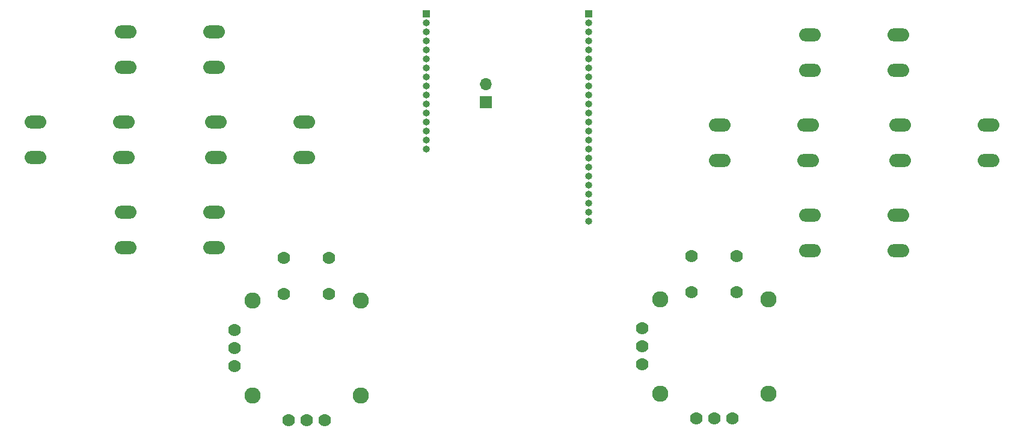
<source format=gbr>
%TF.GenerationSoftware,KiCad,Pcbnew,(5.1.8)-1*%
%TF.CreationDate,2020-12-25T12:52:01+03:00*%
%TF.ProjectId,mesp240_3Dpad,6d657370-3234-4305-9f33-447061642e6b,rev?*%
%TF.SameCoordinates,Original*%
%TF.FileFunction,Soldermask,Top*%
%TF.FilePolarity,Negative*%
%FSLAX46Y46*%
G04 Gerber Fmt 4.6, Leading zero omitted, Abs format (unit mm)*
G04 Created by KiCad (PCBNEW (5.1.8)-1) date 2020-12-25 12:52:01*
%MOMM*%
%LPD*%
G01*
G04 APERTURE LIST*
%ADD10O,3.048000X1.850000*%
%ADD11C,1.778000*%
%ADD12C,2.286000*%
%ADD13O,1.700000X1.700000*%
%ADD14R,1.700000X1.700000*%
%ADD15O,1.000000X1.000000*%
%ADD16R,1.000000X1.000000*%
G04 APERTURE END LIST*
D10*
%TO.C,SW1*%
X87177900Y-121843000D03*
X87177900Y-116843000D03*
X99677900Y-121843000D03*
X99677900Y-116843000D03*
%TD*%
D11*
%TO.C,U3*%
X159923000Y-138270000D03*
X159923000Y-135730000D03*
X159923000Y-133190000D03*
D12*
X177703000Y-129062500D03*
X177703000Y-142397500D03*
X162463000Y-142397500D03*
X162463000Y-129062500D03*
D11*
X172623000Y-145890000D03*
X170083000Y-145890000D03*
X167543000Y-145890000D03*
X173258000Y-128110000D03*
X166908000Y-128110000D03*
X173258000Y-123030000D03*
X166908000Y-123030000D03*
%TD*%
%TO.C,U1*%
X102512000Y-138504000D03*
X102512000Y-135964000D03*
X102512000Y-133424000D03*
D12*
X120292000Y-129296500D03*
X120292000Y-142631500D03*
X105052000Y-142631500D03*
X105052000Y-129296500D03*
D11*
X115212000Y-146124000D03*
X112672000Y-146124000D03*
X110132000Y-146124000D03*
X115847000Y-128344000D03*
X109497000Y-128344000D03*
X115847000Y-123264000D03*
X109497000Y-123264000D03*
%TD*%
D10*
%TO.C,SW8*%
X183548000Y-122196000D03*
X183548000Y-117196000D03*
X196048000Y-122196000D03*
X196048000Y-117196000D03*
%TD*%
%TO.C,SW7*%
X183548000Y-96795600D03*
X183548000Y-91795600D03*
X196048000Y-96795600D03*
X196048000Y-91795600D03*
%TD*%
%TO.C,SW6*%
X170848000Y-109496000D03*
X170848000Y-104496000D03*
X183348000Y-109496000D03*
X183348000Y-104496000D03*
%TD*%
%TO.C,SW5*%
X196248000Y-109496000D03*
X196248000Y-104496000D03*
X208748000Y-109496000D03*
X208748000Y-104496000D03*
%TD*%
%TO.C,SW4*%
X87177900Y-96442500D03*
X87177900Y-91442500D03*
X99677900Y-96442500D03*
X99677900Y-91442500D03*
%TD*%
%TO.C,SW3*%
X99877900Y-109143000D03*
X99877900Y-104143000D03*
X112377900Y-109143000D03*
X112377900Y-104143000D03*
%TD*%
%TO.C,SW2*%
X74477900Y-109143000D03*
X74477900Y-104143000D03*
X86977900Y-109143000D03*
X86977900Y-104143000D03*
%TD*%
D13*
%TO.C,J3*%
X137922000Y-98806000D03*
D14*
X137922000Y-101346000D03*
%TD*%
D15*
%TO.C,J2*%
X152400000Y-118110000D03*
X152400000Y-116840000D03*
X152400000Y-115570000D03*
X152400000Y-114300000D03*
X152400000Y-113030000D03*
X152400000Y-111760000D03*
X152400000Y-110490000D03*
X152400000Y-109220000D03*
X152400000Y-107950000D03*
X152400000Y-106680000D03*
X152400000Y-105410000D03*
X152400000Y-104140000D03*
X152400000Y-102870000D03*
X152400000Y-101600000D03*
X152400000Y-100330000D03*
X152400000Y-99060000D03*
X152400000Y-97790000D03*
X152400000Y-96520000D03*
X152400000Y-95250000D03*
X152400000Y-93980000D03*
X152400000Y-92710000D03*
X152400000Y-91440000D03*
X152400000Y-90170000D03*
D16*
X152400000Y-88900000D03*
%TD*%
D15*
%TO.C,J1*%
X129540000Y-107950000D03*
X129540000Y-106680000D03*
X129540000Y-105410000D03*
X129540000Y-104140000D03*
X129540000Y-102870000D03*
X129540000Y-101600000D03*
X129540000Y-100330000D03*
X129540000Y-99060000D03*
X129540000Y-97790000D03*
X129540000Y-96520000D03*
X129540000Y-95250000D03*
X129540000Y-93980000D03*
X129540000Y-92710000D03*
X129540000Y-91440000D03*
X129540000Y-90170000D03*
D16*
X129540000Y-88900000D03*
%TD*%
M02*

</source>
